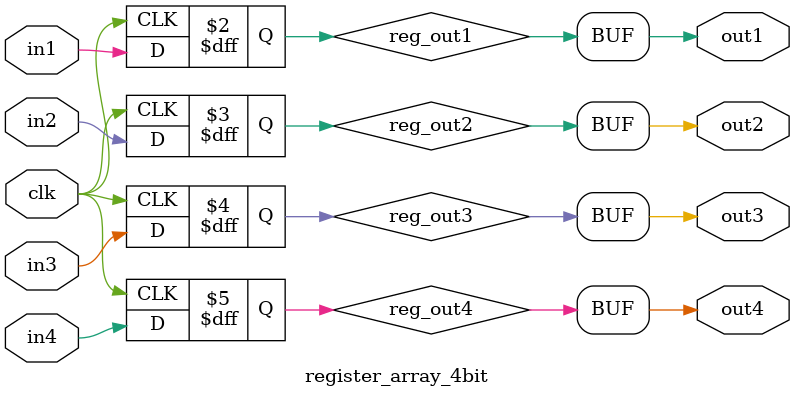
<source format=v>
`timescale 1ns / 1ps

module register_array_4bit(
clk,
in1, in2, in3, in4, 
out1, out2, out3, out4
);

input clk ;
input in1, in2, in3, in4 ;
output out1, out2, out3, out4 ;

reg reg_out1, reg_out2, reg_out3, reg_out4  ;

always@(posedge clk) begin
    reg_out1  <= in1   ;
    reg_out2  <= in2   ;
    reg_out3  <= in3   ;
    reg_out4  <= in4   ;
end

assign out1  = reg_out1  ; 
assign out2  = reg_out2  ; 
assign out3  = reg_out3  ; 
assign out4  = reg_out4  ; 


endmodule
</source>
